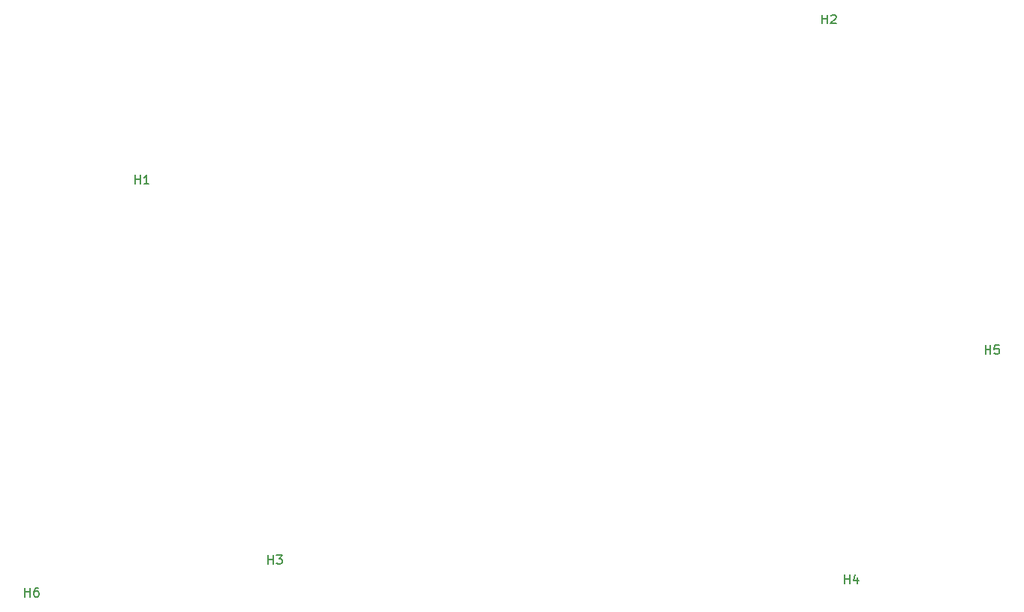
<source format=gto>
%TF.GenerationSoftware,KiCad,Pcbnew,(6.0.5)*%
%TF.CreationDate,2022-06-01T14:16:02+01:00*%
%TF.ProjectId,Project Fauxbow - top Plate,50726f6a-6563-4742-9046-617578626f77,rev?*%
%TF.SameCoordinates,Original*%
%TF.FileFunction,Legend,Top*%
%TF.FilePolarity,Positive*%
%FSLAX46Y46*%
G04 Gerber Fmt 4.6, Leading zero omitted, Abs format (unit mm)*
G04 Created by KiCad (PCBNEW (6.0.5)) date 2022-06-01 14:16:02*
%MOMM*%
%LPD*%
G01*
G04 APERTURE LIST*
%ADD10C,0.150000*%
%ADD11C,4.500000*%
G04 APERTURE END LIST*
D10*
%TO.C,H4*%
X242935762Y-108102381D02*
X242935762Y-107102381D01*
X242935762Y-107578572D02*
X243507190Y-107578572D01*
X243507190Y-108102381D02*
X243507190Y-107102381D01*
X244411952Y-107435715D02*
X244411952Y-108102381D01*
X244173857Y-107054762D02*
X243935762Y-107769048D01*
X244554809Y-107769048D01*
%TO.C,H2*%
X240431094Y-44897713D02*
X240431094Y-43897713D01*
X240431094Y-44373904D02*
X241002522Y-44373904D01*
X241002522Y-44897713D02*
X241002522Y-43897713D01*
X241431094Y-43992952D02*
X241478713Y-43945333D01*
X241573951Y-43897713D01*
X241812046Y-43897713D01*
X241907284Y-43945333D01*
X241954903Y-43992952D01*
X242002522Y-44088190D01*
X242002522Y-44183428D01*
X241954903Y-44326285D01*
X241383475Y-44897713D01*
X242002522Y-44897713D01*
%TO.C,H5*%
X258831094Y-82197713D02*
X258831094Y-81197713D01*
X258831094Y-81673904D02*
X259402522Y-81673904D01*
X259402522Y-82197713D02*
X259402522Y-81197713D01*
X260354903Y-81197713D02*
X259878713Y-81197713D01*
X259831094Y-81673904D01*
X259878713Y-81626285D01*
X259973951Y-81578666D01*
X260212046Y-81578666D01*
X260307284Y-81626285D01*
X260354903Y-81673904D01*
X260402522Y-81769142D01*
X260402522Y-82007237D01*
X260354903Y-82102475D01*
X260307284Y-82150094D01*
X260212046Y-82197713D01*
X259973951Y-82197713D01*
X259878713Y-82150094D01*
X259831094Y-82102475D01*
%TO.C,H3*%
X177935762Y-105902381D02*
X177935762Y-104902381D01*
X177935762Y-105378572D02*
X178507190Y-105378572D01*
X178507190Y-105902381D02*
X178507190Y-104902381D01*
X178888143Y-104902381D02*
X179507190Y-104902381D01*
X179173857Y-105283334D01*
X179316714Y-105283334D01*
X179411952Y-105330953D01*
X179459571Y-105378572D01*
X179507190Y-105473810D01*
X179507190Y-105711905D01*
X179459571Y-105807143D01*
X179411952Y-105854762D01*
X179316714Y-105902381D01*
X179031000Y-105902381D01*
X178935762Y-105854762D01*
X178888143Y-105807143D01*
%TO.C,H6*%
X150531094Y-109597713D02*
X150531094Y-108597713D01*
X150531094Y-109073904D02*
X151102522Y-109073904D01*
X151102522Y-109597713D02*
X151102522Y-108597713D01*
X152007284Y-108597713D02*
X151816808Y-108597713D01*
X151721570Y-108645333D01*
X151673951Y-108692952D01*
X151578713Y-108835809D01*
X151531094Y-109026285D01*
X151531094Y-109407237D01*
X151578713Y-109502475D01*
X151626332Y-109550094D01*
X151721570Y-109597713D01*
X151912046Y-109597713D01*
X152007284Y-109550094D01*
X152054903Y-109502475D01*
X152102522Y-109407237D01*
X152102522Y-109169142D01*
X152054903Y-109073904D01*
X152007284Y-109026285D01*
X151912046Y-108978666D01*
X151721570Y-108978666D01*
X151626332Y-109026285D01*
X151578713Y-109073904D01*
X151531094Y-109169142D01*
%TO.C,H1*%
X162931094Y-62997713D02*
X162931094Y-61997713D01*
X162931094Y-62473904D02*
X163502522Y-62473904D01*
X163502522Y-62997713D02*
X163502522Y-61997713D01*
X164502522Y-62997713D02*
X163931094Y-62997713D01*
X164216808Y-62997713D02*
X164216808Y-61997713D01*
X164121570Y-62140571D01*
X164026332Y-62235809D01*
X163931094Y-62283428D01*
%TD*%
%LPC*%
D11*
%TO.C,H4*%
X243697667Y-110900001D03*
%TD*%
%TO.C,H2*%
X241192999Y-47695333D03*
%TD*%
%TO.C,H5*%
X259592999Y-84995333D03*
%TD*%
%TO.C,H3*%
X178697667Y-108700001D03*
%TD*%
%TO.C,H6*%
X151292999Y-112395333D03*
%TD*%
%TO.C,H1*%
X163692999Y-65795333D03*
%TD*%
M02*

</source>
